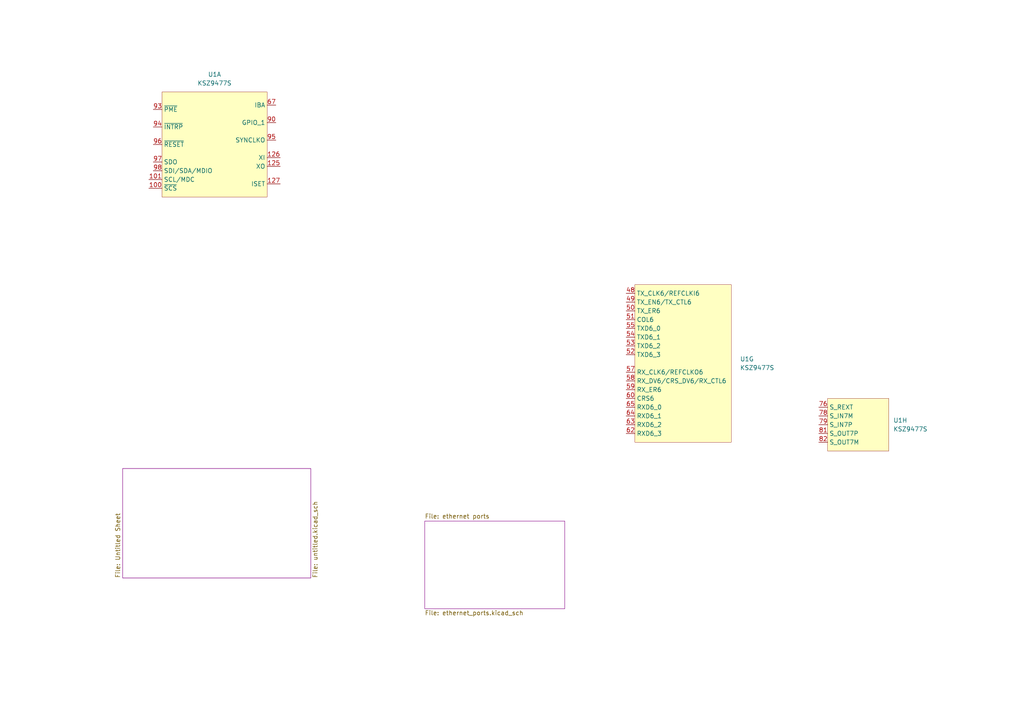
<source format=kicad_sch>
(kicad_sch (version 20201015) (generator eeschema)
  (paper "A4")
  (lib_symbols
    (symbol "local:KSZ9477S"
      (property "Reference" "U" (at -33.02 7.62 0))
      (property "Value" "KSZ9477S" (at -17.78 -43.18 0))
      (symbol "KSZ9477S_1_1"
        (rectangle (start -15.24 15.24) (end 15.24 -15.24) (stroke (width 0.001)) (fill (type background)))
        (pin output line (at -17.78 -5.08 0) (length 2.54) (name "SDO") (number "97"))
        (pin bidirectional line (at -17.78 -7.62 0) (length 2.54) (name "SDI/SDA/MDIO") (number "98"))
        (pin input line (at -19.05 -12.7 0) (length 3.81) (name "~SCS") (number "100"))
        (pin input line (at -19.05 -10.16 0) (length 3.81) (name "SCL/MDC") (number "101"))
        (pin output line (at 19.05 -6.35 180) (length 3.81) (name "XO") (number "125"))
        (pin input line (at 19.05 -3.81 180) (length 3.81) (name "XI") (number "126"))
        (pin output line (at -17.78 10.16 0) (length 2.54) (name "~PME") (number "93"))
        (pin output line (at -17.78 5.08 0) (length 2.54) (name "~INTRP") (number "94"))
        (pin input line (at -17.78 0 0) (length 2.54) (name "~RESET") (number "96"))
        (pin bidirectional line (at 17.78 1.27 180) (length 2.54) (name "SYNCLKO") (number "95"))
        (pin bidirectional line (at 17.78 6.35 180) (length 2.54) (name "GPIO_1") (number "90"))
        (pin open_collector line (at 19.05 -11.43 180) (length 3.81) (name "ISET") (number "127"))
        (pin input line (at 17.78 11.43 180) (length 2.54) (name "IBA") (number "67"))
      )
      (symbol "KSZ9477S_2_1"
        (rectangle (start -10.16 15.24) (end 10.16 -15.24) (stroke (width 0.001)) (fill (type background)))
        (pin bidirectional line (at 12.7 7.62 180) (length 2.54) (name "TXRX1P_B") (number "4"))
        (pin bidirectional line (at 12.7 5.08 180) (length 2.54) (name "TXRX1M_B") (number "5"))
        (pin bidirectional line (at 12.7 2.54 180) (length 2.54) (name "TXRX1P_C") (number "6"))
        (pin bidirectional line (at 12.7 0 180) (length 2.54) (name "TXRX1M_C") (number "7"))
        (pin bidirectional line (at 12.7 -2.54 180) (length 2.54) (name "TXRX1P_D") (number "8"))
        (pin bidirectional line (at 12.7 12.7 180) (length 2.54) (name "TXRX1P_A") (number "1"))
        (pin bidirectional line (at 12.7 10.16 180) (length 2.54) (name "TXRX1M_A") (number "2"))
        (pin bidirectional line (at 12.7 -5.08 180) (length 2.54) (name "TXRX1M_D") (number "9"))
        (pin bidirectional line (at 13.97 -10.16 180) (length 3.81) (name "LED1_0") (number "105"))
        (pin bidirectional line (at 13.97 -12.7 180) (length 3.81) (name "LED1_1") (number "106"))
      )
      (symbol "KSZ9477S_3_1"
        (rectangle (start -10.16 15.24) (end 10.16 -15.24) (stroke (width 0.001)) (fill (type background)))
        (pin bidirectional line (at 12.7 7.62 180) (length 2.54) (name "TXRX2P_B") (number "15"))
        (pin bidirectional line (at 12.7 5.08 180) (length 2.54) (name "TXRX2M_B") (number "16"))
        (pin bidirectional line (at 12.7 2.54 180) (length 2.54) (name "TXRX2P_C") (number "17"))
        (pin bidirectional line (at 12.7 0 180) (length 2.54) (name "TXRX2M_C") (number "18"))
        (pin bidirectional line (at 12.7 -2.54 180) (length 2.54) (name "TXRX2P_D") (number "20"))
        (pin bidirectional line (at 12.7 12.7 180) (length 2.54) (name "TXRX2P_A") (number "12"))
        (pin bidirectional line (at 12.7 10.16 180) (length 2.54) (name "TXRX2M_A") (number "13"))
        (pin bidirectional line (at 12.7 -5.08 180) (length 2.54) (name "TXRX2M_D") (number "21"))
        (pin bidirectional line (at 12.7 -10.16 180) (length 2.54) (name "LED2_0") (number "91"))
        (pin bidirectional line (at 12.7 -12.7 180) (length 2.54) (name "LED2_1") (number "92"))
      )
      (symbol "KSZ9477S_4_1"
        (rectangle (start -10.16 15.24) (end 10.16 -15.24) (stroke (width 0.001)) (fill (type background)))
        (pin bidirectional line (at 12.7 7.62 180) (length 2.54) (name "TXRX3P_B") (number "26"))
        (pin bidirectional line (at 12.7 5.08 180) (length 2.54) (name "TXRX3M_B") (number "27"))
        (pin bidirectional line (at 12.7 2.54 180) (length 2.54) (name "TXRX3P_C") (number "28"))
        (pin bidirectional line (at 12.7 0 180) (length 2.54) (name "TXRX3M_C") (number "29"))
        (pin bidirectional line (at 12.7 -2.54 180) (length 2.54) (name "TXRX3P_D") (number "31"))
        (pin bidirectional line (at 12.7 12.7 180) (length 2.54) (name "TXRX3P_A") (number "24"))
        (pin bidirectional line (at 12.7 10.16 180) (length 2.54) (name "TXRX3M_A") (number "25"))
        (pin bidirectional line (at 12.7 -5.08 180) (length 2.54) (name "TXRX3M_D") (number "32"))
        (pin bidirectional line (at 12.7 -10.16 180) (length 2.54) (name "LED3_0") (number "88"))
        (pin bidirectional line (at 12.7 -12.7 180) (length 2.54) (name "LED3_1") (number "89"))
      )
      (symbol "KSZ9477S_5_1"
        (rectangle (start -10.16 15.24) (end 10.16 -15.24) (stroke (width 0.001)) (fill (type background)))
        (pin bidirectional line (at 12.7 7.62 180) (length 2.54) (name "TXRX4P_B") (number "37"))
        (pin bidirectional line (at 12.7 5.08 180) (length 2.54) (name "TXRX4M_B") (number "38"))
        (pin bidirectional line (at 12.7 2.54 180) (length 2.54) (name "TXRX4P_C") (number "39"))
        (pin bidirectional line (at 12.7 0 180) (length 2.54) (name "TXRX4M_C") (number "40"))
        (pin bidirectional line (at 12.7 -2.54 180) (length 2.54) (name "TXRX4P_D") (number "42"))
        (pin bidirectional line (at 12.7 12.7 180) (length 2.54) (name "TXRX4P_A") (number "34"))
        (pin bidirectional line (at 12.7 10.16 180) (length 2.54) (name "TXRX4M_A") (number "35"))
        (pin bidirectional line (at 12.7 -5.08 180) (length 2.54) (name "TXRX4M_D") (number "43"))
        (pin bidirectional line (at 12.7 -10.16 180) (length 2.54) (name "LED4_0") (number "85"))
        (pin bidirectional line (at 12.7 -12.7 180) (length 2.54) (name "LED4_1") (number "86"))
      )
      (symbol "KSZ9477S_6_1"
        (rectangle (start -10.16 15.24) (end 9.906 -15.24) (stroke (width 0.001)) (fill (type background)))
        (pin bidirectional line (at 13.97 7.62 180) (length 3.81) (name "TXRX5P_B") (number "115"))
        (pin bidirectional line (at 13.97 5.08 180) (length 3.81) (name "TXRX5M_B") (number "116"))
        (pin bidirectional line (at 13.97 2.54 180) (length 3.81) (name "TXRX5P_C") (number "117"))
        (pin bidirectional line (at 13.97 0 180) (length 3.81) (name "TXRX5M_C") (number "118"))
        (pin bidirectional line (at 13.97 -2.54 180) (length 3.81) (name "TXRX5P_D") (number "120"))
        (pin bidirectional line (at 13.97 12.7 180) (length 3.81) (name "TXRX5P_A") (number "112"))
        (pin bidirectional line (at 13.97 10.16 180) (length 3.81) (name "TXRX5M_A") (number "113"))
        (pin bidirectional line (at 13.97 -5.08 180) (length 3.81) (name "TXRX5M_D") (number "121"))
        (pin bidirectional line (at 13.97 -10.16 180) (length 3.81) (name "LED5_0") (number "102"))
        (pin bidirectional line (at 13.97 -12.7 180) (length 3.81) (name "LED5_1") (number "103"))
      )
      (symbol "KSZ9477S_7_1"
        (rectangle (start -13.97 22.86) (end 13.97 -22.86) (stroke (width 0.001)) (fill (type background)))
        (pin bidirectional line (at -16.51 -20.32 0) (length 2.54) (name "RXD6_3") (number "62"))
        (pin bidirectional line (at -16.51 -17.78 0) (length 2.54) (name "RXD6_2") (number "63"))
        (pin bidirectional line (at -16.51 -15.24 0) (length 2.54) (name "RXD6_1") (number "64"))
        (pin bidirectional line (at -16.51 -12.7 0) (length 2.54) (name "RXD6_0") (number "65"))
        (pin bidirectional line (at -16.51 -2.54 0) (length 2.54) (name "RX_CLK6/REFCLKO6") (number "57"))
        (pin bidirectional line (at -16.51 -5.08 0) (length 2.54) (name "RX_DV6/CRS_DV6/RX_CTL6") (number "58"))
        (pin bidirectional line (at -16.51 -7.62 0) (length 2.54) (name "RX_ER6") (number "59"))
        (pin input line (at -16.51 2.54 0) (length 2.54) (name "TXD6_3") (number "52"))
        (pin input line (at -16.51 5.08 0) (length 2.54) (name "TXD6_2") (number "53"))
        (pin input line (at -16.51 7.62 0) (length 2.54) (name "TXD6_1") (number "54"))
        (pin input line (at -16.51 10.16 0) (length 2.54) (name "TXD6_0") (number "55"))
        (pin bidirectional line (at -16.51 20.32 0) (length 2.54) (name "TX_CLK6/REFCLKI6") (number "48"))
        (pin input line (at -16.51 17.78 0) (length 2.54) (name "TX_EN6/TX_CTL6") (number "49"))
        (pin input line (at -16.51 15.24 0) (length 2.54) (name "TX_ER6") (number "50"))
        (pin bidirectional line (at -16.51 12.7 0) (length 2.54) (name "COL6") (number "51"))
        (pin bidirectional line (at -16.51 -10.16 0) (length 2.54) (name "CRS6") (number "60"))
      )
      (symbol "KSZ9477S_8_1"
        (rectangle (start -8.89 7.62) (end 8.89 -7.62) (stroke (width 0.001)) (fill (type background)))
        (pin open_collector line (at -11.43 5.08 0) (length 2.54) (name "S_REXT") (number "76"))
        (pin output line (at -11.43 -5.08 0) (length 2.54) (name "S_OUT7M") (number "82"))
        (pin output line (at -11.43 -2.54 0) (length 2.54) (name "S_OUT7P") (number "81"))
        (pin input line (at -11.43 2.54 0) (length 2.54) (name "S_IN7M") (number "78"))
        (pin input line (at -11.43 0 0) (length 2.54) (name "S_IN7P") (number "79"))
      )
      (symbol "KSZ9477S_9_1"
        (rectangle (start -15.24 26.67) (end 15.24 -39.37) (stroke (width 0.001)) (fill (type background)))
        (pin power_in line (at 17.78 -13.97 180) (length 2.54) (name "GND") (number "46"))
        (pin power_in line (at 17.78 -3.81 180) (length 2.54) (name "VDDIO") (number "61"))
        (pin power_in line (at 17.78 24.13 180) (length 2.54) (name "AVDDH") (number "10"))
        (pin power_in line (at -17.78 -13.97 0) (length 2.54) (name "AVDDL") (number "3"))
        (pin power_in line (at -17.78 13.97 0) (length 2.54) (name "DVDDL") (number "11"))
        (pin power_in line (at -17.78 22.86 0) (length 2.54) (name "VDDLS") (number "71"))
        (pin power_in line (at 17.78 3.81 180) (length 2.54) (name "VDDHS") (number "72"))
        (pin power_in line (at 17.78 -6.35 180) (length 2.54) (name "VDDIO") (number "68"))
        (pin power_in line (at 17.78 -8.89 180) (length 2.54) (name "VDDIO") (number "99"))
        (pin power_in line (at 17.78 21.59 180) (length 2.54) (name "AVDDH") (number "22"))
        (pin power_in line (at 17.78 19.05 180) (length 2.54) (name "AVDDH") (number "33"))
        (pin power_in line (at 17.78 16.51 180) (length 2.54) (name "AVDDH") (number "44"))
        (pin power_in line (at 19.05 13.97 180) (length 3.81) (name "AVDDH") (number "111"))
        (pin power_in line (at 19.05 11.43 180) (length 3.81) (name "AVDDH") (number "122"))
        (pin power_in line (at 19.05 8.89 180) (length 3.81) (name "AVDDH") (number "128"))
        (pin power_in line (at -17.78 -16.51 0) (length 2.54) (name "AVDDL") (number "14"))
        (pin power_in line (at -17.78 -19.05 0) (length 2.54) (name "AVDDL") (number "19"))
        (pin power_in line (at -17.78 -21.59 0) (length 2.54) (name "AVDDL") (number "30"))
        (pin power_in line (at -17.78 -24.13 0) (length 2.54) (name "AVDDL") (number "36"))
        (pin power_in line (at -17.78 -26.67 0) (length 2.54) (name "AVDDL") (number "41"))
        (pin power_in line (at -19.05 -29.21 0) (length 3.81) (name "AVDDL") (number "114"))
        (pin power_in line (at -19.05 -31.75 0) (length 3.81) (name "AVDDL") (number "119"))
        (pin power_in line (at -19.05 -34.29 0) (length 3.81) (name "AVDDL") (number "124"))
        (pin power_in line (at -17.78 11.43 0) (length 2.54) (name "DVDDL") (number "23"))
        (pin power_in line (at -17.78 8.89 0) (length 2.54) (name "DVDDL") (number "45"))
        (pin power_in line (at -17.78 6.35 0) (length 2.54) (name "DVDDL") (number "56"))
        (pin power_in line (at -17.78 3.81 0) (length 2.54) (name "DVDDL") (number "66"))
        (pin power_in line (at -17.78 1.27 0) (length 2.54) (name "DVDDL") (number "70"))
        (pin power_in line (at -17.78 -1.27 0) (length 2.54) (name "DVDDL") (number "87"))
        (pin power_in line (at -19.05 -3.81 0) (length 3.81) (name "DVDDL") (number "104"))
        (pin power_in line (at -19.05 -6.35 0) (length 3.81) (name "DVDDL") (number "110"))
        (pin power_in line (at -17.78 20.32 0) (length 2.54) (name "VDDLS") (number "84"))
        (pin power_in line (at 17.78 1.27 180) (length 2.54) (name "VDDHS") (number "83"))
        (pin power_in line (at 17.78 -16.51 180) (length 2.54) (name "GND") (number "47"))
        (pin power_in line (at 17.78 -19.05 180) (length 2.54) (name "GND") (number "69"))
        (pin power_in line (at 17.78 -21.59 180) (length 2.54) (name "GND") (number "75"))
        (pin power_in line (at 17.78 -24.13 180) (length 2.54) (name "GND") (number "77"))
        (pin power_in line (at 17.78 -26.67 180) (length 2.54) (name "GND") (number "80"))
        (pin power_in line (at 19.05 -29.21 180) (length 3.81) (name "GND") (number "107"))
        (pin power_in line (at 19.05 -31.75 180) (length 3.81) (name "GND") (number "109"))
        (pin power_in line (at 19.05 -34.29 180) (length 3.81) (name "GND") (number "123"))
        (pin power_in line (at 19.05 -36.83 180) (length 3.81) (name "PAD") (number "129"))
      )
    )
  )
  (symbol (lib_id "local:KSZ9477S") (at 248.92 123.19 0) (unit 8)
    (property "Reference" "U1" (at 259.08 121.92 0) (effects (justify left)))
    (property "Value" "KSZ9477S" (at 259.08 124.46 0) (effects (justify left)))
    (property "Footprint" "footprints:TQFP-128_14x14mm_P0.4mm_EP10x10mm_ThermalVias" (effects hide))
    (property "Datasheet" "https://ww1.microchip.com/downloads/en/DeviceDoc/KSZ9477S-Data-Sheet-DS00002392C.pdf" (effects hide))
  )
  (symbol (lib_id "local:KSZ9477S") (at 62.23 41.91 0) (unit 1)
    (property "Reference" "U1" (at 62.23 21.59 0))
    (property "Value" "KSZ9477S" (at 62.23 24.13 0))
    (property "Footprint" "footprints:TQFP-128_14x14mm_P0.4mm_EP10x10mm_ThermalVias" (effects hide))
    (property "Datasheet" "https://ww1.microchip.com/downloads/en/DeviceDoc/KSZ9477S-Data-Sheet-DS00002392C.pdf" (effects hide))
  )
  (symbol (lib_id "local:KSZ9477S") (at 198.12 105.41 0) (unit 7)
    (property "Reference" "U1" (at 214.63 104.14 0) (effects (justify left)))
    (property "Value" "KSZ9477S" (at 214.63 106.68 0) (effects (justify left)))
    (property "Footprint" "footprints:TQFP-128_14x14mm_P0.4mm_EP10x10mm_ThermalVias" (effects hide))
    (property "Datasheet" "https://ww1.microchip.com/downloads/en/DeviceDoc/KSZ9477S-Data-Sheet-DS00002392C.pdf" (effects hide))
  )
  (sheet (at 35.56 135.89) (size 54.61 31.75) (stroke (width 0.001) (color 132 0 132 1)) (fill (color 255 255 255 0.0000))
    (property "Schaltplanname" "Untitled Sheet" (at 34.9241 167.64 90) (effects (justify left bottom)))
    (property "Sheet file" "untitled.kicad_sch" (at 90.6789 167.64 90) (effects (justify left top)))
  )
  (sheet (at 123.19 151.13) (size 40.64 25.4) (stroke (width 0.001) (color 132 0 132 1)) (fill (color 255 255 255 0.0000))
    (property "Schaltplanname" "ethernet ports" (at 123.19 150.4941 0) (effects (justify left bottom)))
    (property "Sheet file" "ethernet_ports.kicad_sch" (at 123.19 177.0389 0) (effects (justify left top)))
  )
)
</source>
